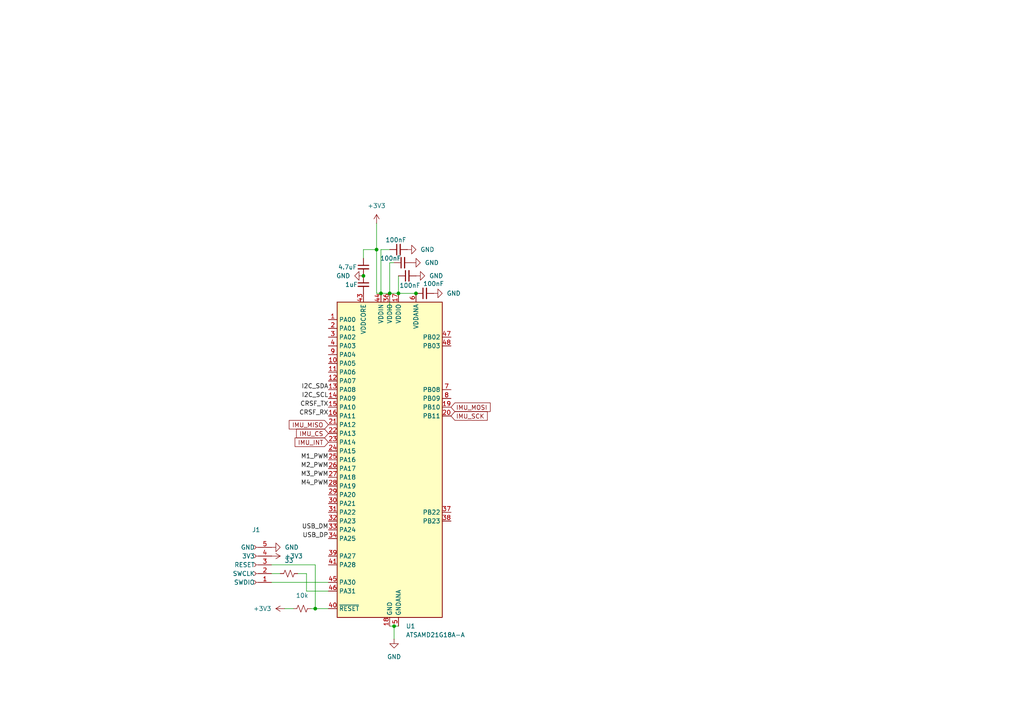
<source format=kicad_sch>
(kicad_sch (version 20250114) (generator "eeschema") (generator_version "9.0")
  (paper "A4")
  (title_block (date "2025-12-23") (rev "v1") (company "NeoDrone") (comment 1 "Made by Dulat Sarbassov") (comment 2 "dulatello08"))
  (lib_symbols
    (symbol "Connector:Conn_01x05_Socket" (pin_names (offset 1.016))
      (property "Reference" "J1" (at -0.635 -10.16 0))
      (symbol "Conn_01x05_Socket_1_1"
        (polyline (pts (xy -1.27 5.08) (xy -0.508 5.08)) (stroke (width 0.1524)))
        (polyline (pts (xy -1.27 2.54) (xy -0.508 2.54)) (stroke (width 0.1524)))
        (polyline (pts (xy -1.27 0) (xy -0.508 0)) (stroke (width 0.1524)))
        (polyline (pts (xy -1.27 -2.54) (xy -0.508 -2.54)) (stroke (width 0.1524)))
        (polyline (pts (xy -1.27 -5.08) (xy -0.508 -5.08)) (stroke (width 0.1524)))
        (arc (start 0 4.572) (mid -0.5058 5.08) (end 0 5.588) (stroke (width 0.1524)))
        (arc (start 0 2.032) (mid -0.5058 2.54) (end 0 3.048) (stroke (width 0.1524)))
        (arc (start 0 -0.508) (mid -0.5058 0) (end 0 0.508) (stroke (width 0.1524)))
        (arc (start 0 -3.048) (mid -0.5058 -2.54) (end 0 -2.032) (stroke (width 0.1524)))
        (arc (start 0 -5.588) (mid -0.5058 -5.08) (end 0 -4.572) (stroke (width 0.1524)))
        (pin passive line (at -5.08 5.08 0) (length 3.81) (name "SWDIO") (number "1"))
        (pin passive line (at -5.08 2.54 0) (length 3.81) (name "SWCLK") (number "2"))
        (pin passive line (at -5.08 0 0) (length 3.81) (name "RESET") (number "3"))
        (pin passive line (at -5.08 -2.54 0) (length 3.81) (name "3V3") (number "4"))
        (pin passive line (at -5.08 -5.08 0) (length 3.81) (name "GND") (number "5"))
      )
    )
    (symbol "Device:C_Small" (pin_numbers (hide yes)) (pin_names (offset 0.254) (hide yes))
      (property "Reference" "C" (at 0.254 1.778 0))
      (property "Value" "C_Small" (at 0.254 -2.032 0))
      (symbol "C_Small_0_1"
        (polyline (pts (xy -1.524 0.508) (xy 1.524 0.508)) (stroke (width 0.3048)))
        (polyline (pts (xy -1.524 -0.508) (xy 1.524 -0.508)) (stroke (width 0.3302)))
      )
      (symbol "C_Small_1_1"
        (pin passive line (at 0 2.54 270) (length 2.032) (name "~") (number "1"))
        (pin passive line (at 0 -2.54 90) (length 2.032) (name "~") (number "2"))
      )
    )
    (symbol "Device:R_Small_US" (pin_numbers (hide yes)) (pin_names (offset 0.254) (hide yes))
      (property "Reference" "R" (at 0.762 0.508 0))
      (property "Value" "R_Small_US" (at 0.762 -1.016 0))
      (symbol "R_Small_US_1_1"
        (polyline (pts (xy 0 1.524) (xy 1.016 1.143) (xy 0 0.762) (xy -1.016 0.381) (xy 0 0)))
        (polyline (pts (xy 0 0) (xy 1.016 -0.381) (xy 0 -0.762) (xy -1.016 -1.143) (xy 0 -1.524)))
        (pin passive line (at 0 2.54 270) (length 1.016) (name "~") (number "1"))
        (pin passive line (at 0 -2.54 90) (length 1.016) (name "~") (number "2"))
      )
    )
    (symbol "MCU_Microchip_SAMD:ATSAMD21G18A-A"
      (property "Reference" "U" (at -13.97 46.99 0))
      (property "Value" "ATSAMD21G18A-A" (at 16.51 46.99 0))
      (symbol "ATSAMD21G18A-A_0_1"
        (rectangle (start -15.24 45.72) (end 15.24 -45.72) (stroke (width 0.254)) (fill (type background)))
      )
      (symbol "ATSAMD21G18A-A_1_1"
        (pin bidirectional line (at -17.78 40.64 0) (length 2.54) (name "PA00") (number "1"))
        (pin bidirectional line (at -17.78 38.1 0) (length 2.54) (name "PA01") (number "2"))
        (pin bidirectional line (at -17.78 35.56 0) (length 2.54) (name "PA02") (number "3"))
        (pin bidirectional line (at -17.78 33.02 0) (length 2.54) (name "PA03") (number "4"))
        (pin bidirectional line (at -17.78 30.48 0) (length 2.54) (name "PA04") (number "9"))
        (pin bidirectional line (at -17.78 27.94 0) (length 2.54) (name "PA05") (number "10"))
        (pin bidirectional line (at -17.78 25.4 0) (length 2.54) (name "PA06") (number "11"))
        (pin bidirectional line (at -17.78 22.86 0) (length 2.54) (name "PA07") (number "12"))
        (pin bidirectional line (at -17.78 20.32 0) (length 2.54) (name "PA08") (number "13"))
        (pin bidirectional line (at -17.78 17.78 0) (length 2.54) (name "PA09") (number "14"))
        (pin bidirectional line (at -17.78 15.24 0) (length 2.54) (name "PA10") (number "15"))
        (pin bidirectional line (at -17.78 12.7 0) (length 2.54) (name "PA11") (number "16"))
        (pin bidirectional line (at -17.78 10.16 0) (length 2.54) (name "PA12") (number "21"))
        (pin bidirectional line (at -17.78 7.62 0) (length 2.54) (name "PA13") (number "22"))
        (pin bidirectional line (at -17.78 5.08 0) (length 2.54) (name "PA14") (number "23"))
        (pin bidirectional line (at -17.78 2.54 0) (length 2.54) (name "PA15") (number "24"))
        (pin bidirectional line (at -17.78 0 0) (length 2.54) (name "PA16") (number "25"))
        (pin bidirectional line (at -17.78 -2.54 0) (length 2.54) (name "PA17") (number "26"))
        (pin bidirectional line (at -17.78 -5.08 0) (length 2.54) (name "PA18") (number "27"))
        (pin bidirectional line (at -17.78 -7.62 0) (length 2.54) (name "PA19") (number "28"))
        (pin bidirectional line (at -17.78 -10.16 0) (length 2.54) (name "PA20") (number "29"))
        (pin bidirectional line (at -17.78 -12.7 0) (length 2.54) (name "PA21") (number "30"))
        (pin bidirectional line (at -17.78 -15.24 0) (length 2.54) (name "PA22") (number "31"))
        (pin bidirectional line (at -17.78 -17.78 0) (length 2.54) (name "PA23") (number "32"))
        (pin bidirectional line (at -17.78 -20.32 0) (length 2.54) (name "PA24") (number "33"))
        (pin bidirectional line (at -17.78 -22.86 0) (length 2.54) (name "PA25") (number "34"))
        (pin bidirectional line (at -17.78 -27.94 0) (length 2.54) (name "PA27") (number "39"))
        (pin bidirectional line (at -17.78 -30.48 0) (length 2.54) (name "PA28") (number "41"))
        (pin bidirectional line (at -17.78 -35.56 0) (length 2.54) (name "PA30") (number "45"))
        (pin bidirectional line (at -17.78 -38.1 0) (length 2.54) (name "PA31") (number "46"))
        (pin input line (at -17.78 -43.18 0) (length 2.54) (name "~{RESET}") (number "40"))
        (pin power_out line (at -7.62 48.26 270) (length 2.54) (name "VDDCORE") (number "43"))
        (pin power_in line (at -2.54 48.26 270) (length 2.54) (name "VDDIN") (number "44"))
        (pin power_in line (at 0 48.26 270) (length 2.54) (name "VDDIO") (number "36"))
        (pin power_in line (at 0 -48.26 90) (length 2.54) (name "GND") (number "18"))
        (pin passive line (at 0 -48.26 90) (length 2.54) (hide yes) (name "GND") (number "35"))
        (pin passive line (at 0 -48.26 90) (length 2.54) (hide yes) (name "GND") (number "42"))
        (pin power_in line (at 2.54 48.26 270) (length 2.54) (name "VDDIO") (number "17"))
        (pin power_in line (at 2.54 -48.26 90) (length 2.54) (name "GNDANA") (number "5"))
        (pin power_in line (at 7.62 48.26 270) (length 2.54) (name "VDDANA") (number "6"))
        (pin bidirectional line (at 17.78 35.56 180) (length 2.54) (name "PB02") (number "47"))
        (pin bidirectional line (at 17.78 33.02 180) (length 2.54) (name "PB03") (number "48"))
        (pin bidirectional line (at 17.78 20.32 180) (length 2.54) (name "PB08") (number "7"))
        (pin bidirectional line (at 17.78 17.78 180) (length 2.54) (name "PB09") (number "8"))
        (pin bidirectional line (at 17.78 15.24 180) (length 2.54) (name "PB10") (number "19"))
        (pin bidirectional line (at 17.78 12.7 180) (length 2.54) (name "PB11") (number "20"))
        (pin bidirectional line (at 17.78 -15.24 180) (length 2.54) (name "PB22") (number "37"))
        (pin bidirectional line (at 17.78 -17.78 180) (length 2.54) (name "PB23") (number "38"))
      )
    )
    (symbol "power:+3V3" (power) (pin_numbers (hide yes)) (pin_names (offset 0) (hide yes))
      (property "Value" "+3V3" (at 0 3.556 0))
      (symbol "+3V3_0_1"
        (polyline (pts (xy -0.762 1.27) (xy 0 2.54)))
        (polyline (pts (xy 0 2.54) (xy 0.762 1.27)))
        (polyline (pts (xy 0 0) (xy 0 2.54)))
      )
      (symbol "+3V3_1_1"
        (pin power_in line (at 0 0 90) (length 0) (name "~") (number "1"))
      )
    )
    (symbol "power:GND" (power) (pin_numbers (hide yes)) (pin_names (offset 0) (hide yes))
      (property "Value" "GND" (at 0 -3.81 0))
      (symbol "GND_0_1"
        (polyline (pts (xy 0 0) (xy 0 -1.27) (xy 1.27 -1.27) (xy 0 -2.54) (xy -1.27 -1.27) (xy 0 -1.27)))
      )
      (symbol "GND_1_1"
        (pin power_in line (at 0 0 270) (length 0) (name "~") (number "1"))
      )
    )
  )
  (junction (at 110.49 85.09))
  (junction (at 115.57 85.09))
  (junction (at 109.22 72.39))
  (junction (at 91.44 176.53))
  (junction (at 113.03 85.09))
  (junction (at 120.65 85.09))
  (junction (at 114.3 181.61))
  (junction (at 105.41 80.01))
  (wire (pts (xy 78.74 163.83) (xy 91.44 163.83)))
  (wire (pts (xy 88.9 166.37) (xy 88.9 171.45)))
  (wire (pts (xy 115.57 181.61) (xy 114.3 181.61)))
  (wire (pts (xy 78.74 168.91) (xy 95.25 168.91)))
  (wire (pts (xy 110.49 85.09) (xy 110.49 72.39)))
  (wire (pts (xy 109.22 64.77) (xy 109.22 72.39)))
  (wire (pts (xy 113.03 85.09) (xy 115.57 85.09)))
  (wire (pts (xy 114.3 185.42) (xy 114.3 181.61)))
  (wire (pts (xy 115.57 80.01) (xy 115.57 85.09)))
  (wire (pts (xy 91.44 163.83) (xy 91.44 176.53)))
  (wire (pts (xy 113.03 85.09) (xy 113.03 76.2)))
  (wire (pts (xy 91.44 176.53) (xy 95.25 176.53)))
  (wire (pts (xy 110.49 72.39) (xy 113.03 72.39)))
  (wire (pts (xy 90.17 176.53) (xy 91.44 176.53)))
  (wire (pts (xy 105.41 72.39) (xy 105.41 74.93)))
  (wire (pts (xy 78.74 166.37) (xy 81.28 166.37)))
  (wire (pts (xy 86.36 166.37) (xy 88.9 166.37)))
  (wire (pts (xy 109.22 72.39) (xy 105.41 72.39)))
  (wire (pts (xy 109.22 72.39) (xy 109.22 85.09)))
  (wire (pts (xy 113.03 181.61) (xy 114.3 181.61)))
  (wire (pts (xy 82.55 176.53) (xy 85.09 176.53)))
  (wire (pts (xy 109.22 85.09) (xy 110.49 85.09)))
  (wire (pts (xy 88.9 171.45) (xy 95.25 171.45)))
  (wire (pts (xy 113.03 76.2) (xy 114.3 76.2)))
  (wire (pts (xy 110.49 85.09) (xy 113.03 85.09)))
  (wire (pts (xy 113.03 90.17) (xy 113.03 85.09)))
  (wire (pts (xy 115.57 85.09) (xy 120.65 85.09)))
  (label "M2_PWM" (at 95.25 135.89 180))
  (label "M1_PWM" (at 95.25 133.35 180))
  (label "M3_PWM" (at 95.25 138.43 180))
  (label "M4_PWM" (at 95.25 140.97 180))
  (label "I2C_SDA" (at 95.25 113.03 180))
  (label "CRSF_RX" (at 95.25 120.65 180))
  (label "I2C_SCL" (at 95.25 115.57 180))
  (label "CRSF_TX" (at 95.25 118.11 180))
  (label "USB_DP" (at 95.25 156.21 180))
  (label "USB_DM" (at 95.25 153.67 180))
  (global_label "IMU_MOSI" (shape input) (at 130.81 118.11 0) (property "Intersheetrefs" "${INTERSHEET_REFS}" (effects (hide yes))))
  (global_label "IMU_SCK" (shape input) (at 130.81 120.65 0) (property "Intersheetrefs" "${INTERSHEET_REFS}" (effects (hide yes))))
  (global_label "IMU_MISO" (shape input) (at 95.25 123.19 180) (property "Intersheetrefs" "${INTERSHEET_REFS}" (effects (hide yes))))
  (global_label "IMU_CS" (shape input) (at 95.25 125.73 180) (property "Intersheetrefs" "${INTERSHEET_REFS}" (effects (hide yes))))
  (global_label "IMU_INT" (shape input) (at 95.25 128.27 180) (property "Intersheetrefs" "${INTERSHEET_REFS}" (effects (hide yes))))
  (symbol (lib_id "power:GND") (at 120.65 80.01 90) (unit 1)
    (property "Reference" "#PWR06" (effects (hide yes)))
    (property "Value" "GND" (at 124.46 80.0099 90) (effects (justify right)))
    (property "Description" "Power symbol creates a global label with name \"GND\" , ground" (effects (hide yes)))
  )
  (symbol (lib_id "power:GND") (at 114.3 185.42 0) (unit 1)
    (property "Reference" "#PWR02" (effects (hide yes)))
    (property "Value" "GND" (at 114.3 190.5 0))
    (property "Description" "Power symbol creates a global label with name \"GND\" , ground" (effects (hide yes)))
  )
  (symbol (lib_id "Device:R_Small_US") (at 83.82 166.37 90) (unit 1)
    (property "Reference" "R2" (effects (hide yes)))
    (property "Value" "33" (at 83.82 162.56 90))
    (property "Footprint" "Resistor_SMD:R_0603_1608Metric_Pad0.98x0.95mm_HandSolder" (effects (hide yes)))
    (property "Description" "Resistor, small US symbol" (effects (hide yes)))
  )
  (symbol (lib_id "MCU_Microchip_SAMD:ATSAMD21G18A-A") (at 113.03 133.35 0) (unit 1)
    (property "Reference" "U1" (at 117.7133 181.61 0) (effects (justify left)))
    (property "Value" "ATSAMD21G18A-A" (at 117.7133 184.15 0) (effects (justify left)))
    (property "Footprint" "Package_QFP:TQFP-48_7x7mm_P0.5mm" (effects (hide yes)))
    (property "Datasheet" "http://ww1.microchip.com/downloads/en/DeviceDoc/SAM_D21_DA1_Family_Data%20Sheet_DS40001882E.pdf" (effects (hide yes)))
    (property "Description" "SAM D21 Microchip SMART ARM-based Flash MCU, 48Mhz, 256K Flash, 32K SRAM, TQFP-48" (effects (hide yes)))
  )
  (symbol (lib_id "power:+3V3") (at 82.55 176.53 90) (unit 1)
    (property "Reference" "#PWR08" (effects (hide yes)))
    (property "Value" "+3V3" (at 78.74 176.53 90) (effects (justify left)))
    (property "Description" "Power symbol creates a global label with name \"+3V3\"" (effects (hide yes)))
  )
  (symbol (lib_id "power:+3V3") (at 78.74 161.29 270) (unit 1)
    (property "Reference" "#PWR09" (effects (hide yes)))
    (property "Value" "+3V3" (at 82.55 161.29 90) (effects (justify left)))
    (property "Description" "Power symbol creates a global label with name \"+3V3\"" (effects (hide yes)))
  )
  (symbol (lib_id "power:GND") (at 105.41 80.01 270) (unit 1)
    (property "Reference" "#PWR03" (effects (hide yes)))
    (property "Value" "GND" (at 101.6 80.0099 90) (effects (justify right)))
    (property "Description" "Power symbol creates a global label with name \"GND\" , ground" (effects (hide yes)))
  )
  (symbol (lib_id "power:GND") (at 118.11 72.39 90) (unit 1)
    (property "Reference" "#PWR04" (effects (hide yes)))
    (property "Value" "GND" (at 121.92 72.3899 90) (effects (justify right)))
    (property "Description" "Power symbol creates a global label with name \"GND\" , ground" (effects (hide yes)))
  )
  (symbol (lib_id "power:GND") (at 125.73 85.09 90) (unit 1)
    (property "Reference" "#PWR07" (effects (hide yes)))
    (property "Value" "GND" (at 129.54 85.0899 90) (effects (justify right)))
    (property "Description" "Power symbol creates a global label with name \"GND\" , ground" (effects (hide yes)))
  )
  (symbol (lib_id "Device:C_Small") (at 105.41 82.55 0) (unit 1)
    (property "Reference" "C1" (effects (hide yes)))
    (property "Value" "1uF" (at 100.076 82.55 0) (effects (justify left)))
    (property "Footprint" "Capacitor_SMD:C_0603_1608Metric_Pad1.08x0.95mm_HandSolder" (effects (hide yes)))
    (property "Description" "Unpolarized capacitor, small symbol" (effects (hide yes)))
  )
  (symbol (lib_id "Connector:Conn_01x05_Socket") (at 73.66 163.83 180) (unit 1)
    (property "Reference" "J1" (at 74.295 153.67 0))
    (property "Value" "Conn_01x05_Socket" (effects (hide yes)))
    (property "Footprint" "Connector_PinHeader_2.54mm:PinHeader_1x05_P2.54mm_Vertical" (effects (hide yes)))
    (property "Description" "Generic connector, single row, 01x05, script generated" (effects (hide yes)))
  )
  (symbol (lib_id "power:GND") (at 78.74 158.75 90) (unit 1)
    (property "Reference" "#PWR010" (effects (hide yes)))
    (property "Value" "GND" (at 82.55 158.7499 90) (effects (justify right)))
    (property "Description" "Power symbol creates a global label with name \"GND\" , ground" (effects (hide yes)))
  )
  (symbol (lib_id "Device:C_Small") (at 116.84 76.2 90) (unit 1)
    (property "Reference" "C2" (effects (hide yes)))
    (property "Value" "100nF" (at 116.332 74.93 90) (effects (justify left)))
    (property "Footprint" "Capacitor_SMD:C_0603_1608Metric_Pad1.08x0.95mm_HandSolder" (effects (hide yes)))
    (property "Description" "Unpolarized capacitor, small symbol" (effects (hide yes)))
  )
  (symbol (lib_id "Device:R_Small_US") (at 87.63 176.53 90) (unit 1)
    (property "Reference" "R1" (effects (hide yes)))
    (property "Value" "10k" (at 87.63 172.72 90))
    (property "Footprint" "Resistor_SMD:R_0603_1608Metric_Pad0.98x0.95mm_HandSolder" (effects (hide yes)))
    (property "Description" "Resistor, small US symbol" (effects (hide yes)))
  )
  (symbol (lib_id "power:+3V3") (at 109.22 64.77 0) (unit 1)
    (property "Reference" "#PWR01" (effects (hide yes)))
    (property "Value" "+3V3" (at 109.22 59.69 0))
    (property "Description" "Power symbol creates a global label with name \"+3V3\"" (effects (hide yes)))
  )
  (symbol (lib_id "Device:C_Small") (at 105.41 77.47 0) (unit 1)
    (property "Reference" "C6" (effects (hide yes)))
    (property "Value" "4.7uF" (at 98.044 77.47 0) (effects (justify left)))
    (property "Footprint" "Capacitor_SMD:C_0603_1608Metric_Pad1.08x0.95mm_HandSolder" (effects (hide yes)))
    (property "Description" "Unpolarized capacitor, small symbol" (effects (hide yes)))
  )
  (symbol (lib_id "power:GND") (at 119.38 76.2 90) (unit 1)
    (property "Reference" "#PWR05" (effects (hide yes)))
    (property "Value" "GND" (at 123.19 76.1999 90) (effects (justify right)))
    (property "Description" "Power symbol creates a global label with name \"GND\" , ground" (effects (hide yes)))
  )
  (symbol (lib_id "Device:C_Small") (at 118.11 80.01 90) (unit 1)
    (property "Reference" "C4" (effects (hide yes)))
    (property "Value" "100nF" (at 121.92 82.804 90) (effects (justify left)))
    (property "Footprint" "Capacitor_SMD:C_0603_1608Metric_Pad1.08x0.95mm_HandSolder" (effects (hide yes)))
    (property "Description" "Unpolarized capacitor, small symbol" (effects (hide yes)))
  )
  (symbol (lib_id "Device:C_Small") (at 115.57 72.39 90) (unit 1)
    (property "Reference" "C3" (effects (hide yes)))
    (property "Value" "100nF" (at 117.856 69.596 90) (effects (justify left)))
    (property "Footprint" "Capacitor_SMD:C_0603_1608Metric_Pad1.08x0.95mm_HandSolder" (effects (hide yes)))
    (property "Description" "Unpolarized capacitor, small symbol" (effects (hide yes)))
  )
  (symbol (lib_id "Device:C_Small") (at 123.19 85.09 90) (unit 1)
    (property "Reference" "C5" (effects (hide yes)))
    (property "Value" "100nF" (at 128.778 82.296 90) (effects (justify left)))
    (property "Footprint" "Capacitor_SMD:C_0603_1608Metric_Pad1.08x0.95mm_HandSolder" (effects (hide yes)))
    (property "Description" "Unpolarized capacitor, small symbol" (effects (hide yes)))
  )
)
</source>
